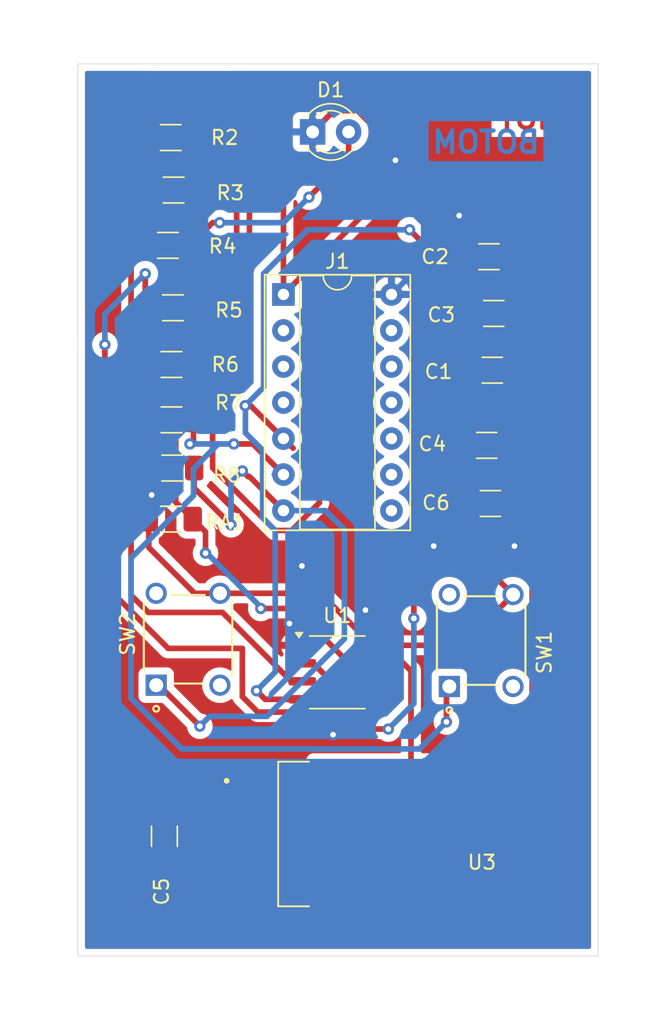
<source format=kicad_pcb>
(kicad_pcb (version 20241229) (generator "pcbnew") (generator_version "9.0")
  (layers (0 "F.Cu" signal) (2 "B.Cu" signal) (13 "F.Paste" user) (15 "B.Paste" user) (5 "F.SilkS" user "F.Silkscreen") (7 "B.SilkS" user "B.Silkscreen") (1 "F.Mask" user) (3 "B.Mask" user) (25 "Edge.Cuts" user))
  (net 0 "")
  (net 1 "GND")
  (net 2 "Net-(U1-CV)")
  (net 3 "INPUT")
  (net 4 "Net-(U1-THR)")
  (net 5 "ALI")
  (net 6 "+9V")
  (net 7 "Net-(D1-A)")
  (net 12 "Net-(J1-Pad7)")
  (net 16 "Net-(J1-Pad6)")
  (net 19 "Net-(R2-Pad2)")
  (net 20 "Net-(R2-Pad1)")
  (net 21 "OUT")
  (net 22 "Net-(U1-DIS)")
  (net 24 "unconnected-(SW2-Pad2)")
  (footprint "Resistor_SMD:R_1206_3216Metric_Pad1.30x1.75mm_HandSolder" (layer "F.Cu") (at 126.95 82.2)
    (property "Reference" "RA1" (at 3.85 0.2 0) (layer "F.SilkS"))
    (property "Value" "1k")
    (fp_line (start -0.727064 -0.91) (end 0.727064 -0.91) (stroke (width 0.12)) (layer "F.SilkS"))
    (fp_line (start -0.727064 0.91) (end 0.727064 0.91) (stroke (width 0.12)) (layer "F.SilkS"))
    (pad "1" smd roundrect (at -1.55 0) (size 1.3 1.75) (layers "F.Cu" "F.Mask" "F.Paste") (roundrect_rratio 0.192308) (net 5 "ALI"))
    (pad "2" smd roundrect (at 1.55 0) (size 1.3 1.75) (layers "F.Cu" "F.Mask" "F.Paste") (roundrect_rratio 0.192308) (net 22 "Net-(U1-DIS)"))
  )
  (footprint "Resistor_SMD:R_1206_3216Metric_Pad1.30x1.75mm_HandSolder" (layer "F.Cu") (at 126.95 55.3)
    (property "Reference" "R2" (at 3.8 0 0) (layer "F.SilkS"))
    (property "Value" "1k")
    (fp_line (start -0.727064 -0.91) (end 0.727064 -0.91) (stroke (width 0.12)) (layer "F.SilkS"))
    (fp_line (start -0.727064 0.91) (end 0.727064 0.91) (stroke (width 0.12)) (layer "F.SilkS"))
    (pad "1" smd roundrect (at -1.55 0) (size 1.3 1.75) (layers "F.Cu" "F.Mask" "F.Paste") (roundrect_rratio 0.192308) (net 20 "Net-(R2-Pad1)"))
    (pad "2" smd roundrect (at 1.55 0) (size 1.3 1.75) (layers "F.Cu" "F.Mask" "F.Paste") (roundrect_rratio 0.192308) (net 19 "Net-(R2-Pad2)"))
  )
  (footprint "Resistor_SMD:R_1206_3216Metric_Pad1.30x1.75mm_HandSolder" (layer "F.Cu") (at 127 71.3)
    (property "Reference" "R6" (at 3.8 0 0) (layer "F.SilkS"))
    (property "Value" "18k")
    (fp_line (start -0.727064 -0.91) (end 0.727064 -0.91) (stroke (width 0.12)) (layer "F.SilkS"))
    (fp_line (start -0.727064 0.91) (end 0.727064 0.91) (stroke (width 0.12)) (layer "F.SilkS"))
    (pad "1" smd roundrect (at -1.55 0) (size 1.3 1.75) (layers "F.Cu" "F.Mask" "F.Paste") (roundrect_rratio 0.192308) (net 22 "Net-(U1-DIS)"))
    (pad "2" smd roundrect (at 1.55 0) (size 1.3 1.75) (layers "F.Cu" "F.Mask" "F.Paste") (roundrect_rratio 0.192308) (net 20 "Net-(R2-Pad1)"))
  )
  (footprint "Capacitor_SMD:C_1206_3216Metric_Pad1.33x1.80mm_HandSolder" (layer "F.Cu") (at 126.5 104.5625 90)
    (property "Reference" "C5" (at -3.9 -0.2 90) (layer "F.SilkS"))
    (property "Value" "330n")
    (fp_line (start -0.711252 -0.91) (end 0.711252 -0.91) (stroke (width 0.12)) (layer "F.SilkS"))
    (fp_line (start -0.711252 0.91) (end 0.711252 0.91) (stroke (width 0.12)) (layer "F.SilkS"))
    (pad "1" smd roundrect (at -1.5625 0 90) (size 1.325 1.8) (layers "F.Cu" "F.Mask" "F.Paste") (roundrect_rratio 0.188679) (net 6 "+9V"))
    (pad "2" smd roundrect (at 1.5625 0 90) (size 1.325 1.8) (layers "F.Cu" "F.Mask" "F.Paste") (roundrect_rratio 0.188679) (net 1 "GND"))
  )
  (footprint "LED_THT:LED_D3.0mm_IRBlack" (layer "F.Cu") (at 136.96 54.9)
    (property "Reference" "D1" (at 1.27 -2.96 0) (layer "F.SilkS"))
    (property "Value" "TSAL4400")
    (fp_line (start -0.29 -1.236) (end -0.29 -1.08) (stroke (width 0.12)) (layer "F.SilkS"))
    (fp_line (start -0.29 1.08) (end -0.29 1.236) (stroke (width 0.12)) (layer "F.SilkS"))
    (fp_arc (start -0.29 -1.235516) (mid 1.365624 -1.987701) (end 2.941397 -1.080061) (stroke (width 0.12)) (layer "F.SilkS"))
    (fp_arc (start 0.229039 -1.08) (mid 1.269964 -1.5) (end 2.31091 -1.080049) (stroke (width 0.12)) (layer "F.SilkS"))
    (fp_arc (start 2.31091 1.080049) (mid 1.269964 1.5) (end 0.229039 1.08) (stroke (width 0.12)) (layer "F.SilkS"))
    (fp_arc (start 2.941397 1.080061) (mid 1.365624 1.987701) (end -0.29 1.235516) (stroke (width 0.12)) (layer "F.SilkS"))
    (pad "1" thru_hole rect (at 0 0) (size 1.8 1.8) (drill 0.9) (layers "*.Cu" "*.Mask" "In1.Cu" "In2.Cu" "In3.Cu" "In4.Cu" "In5.Cu" "In6.Cu" "In7.Cu" "In8.Cu" "In9.Cu" "In10.Cu" "In11.Cu" "In12.Cu" "In13.Cu" "In14.Cu" "In15.Cu" "In16.Cu" "In17.Cu" "In18.Cu" "In19.Cu" "In20.Cu" "In21.Cu" "In22.Cu" "In23.Cu" "In24.Cu" "In25.Cu" "In26.Cu" "In27.Cu" "In28.Cu" "In29.Cu" "In30.Cu") (net 1 "GND"))
    (pad "2" thru_hole circle (at 2.54 0) (size 1.8 1.8) (drill 0.9) (layers "*.Cu" "*.Mask" "In1.Cu" "In2.Cu" "In3.Cu" "In4.Cu" "In5.Cu" "In6.Cu" "In7.Cu" "In8.Cu" "In9.Cu" "In10.Cu" "In11.Cu" "In12.Cu" "In13.Cu" "In14.Cu" "In15.Cu" "In16.Cu" "In17.Cu" "In18.Cu" "In19.Cu" "In20.Cu" "In21.Cu" "In22.Cu" "In23.Cu" "In24.Cu" "In25.Cu" "In26.Cu" "In27.Cu" "In28.Cu" "In29.Cu" "In30.Cu") (net 7 "Net-(D1-A)"))
  )
  (footprint "Resistor_SMD:R_1206_3216Metric_Pad1.30x1.75mm_HandSolder" (layer "F.Cu") (at 126.75 62.9)
    (property "Reference" "R4" (at 3.85 0.06 0) (layer "F.SilkS"))
    (property "Value" "1k")
    (fp_line (start -0.727064 -0.91) (end 0.727064 -0.91) (stroke (width 0.12)) (layer "F.SilkS"))
    (fp_line (start -0.727064 0.91) (end 0.727064 0.91) (stroke (width 0.12)) (layer "F.SilkS"))
    (pad "1" smd roundrect (at -1.55 0) (size 1.3 1.75) (layers "F.Cu" "F.Mask" "F.Paste") (roundrect_rratio 0.192308) (net 21 "OUT"))
    (pad "2" smd roundrect (at 1.55 0) (size 1.3 1.75) (layers "F.Cu" "F.Mask" "F.Paste") (roundrect_rratio 0.192308) (net 7 "Net-(D1-A)"))
  )
  (footprint "Resistor_SMD:R_1206_3216Metric_Pad1.30x1.75mm_HandSolder" (layer "F.Cu") (at 127.1 67.3)
    (property "Reference" "R5" (at 3.95 0.17 0) (layer "F.SilkS"))
    (property "Value" "330")
    (fp_line (start -0.727064 -0.91) (end 0.727064 -0.91) (stroke (width 0.12)) (layer "F.SilkS"))
    (fp_line (start -0.727064 0.91) (end 0.727064 0.91) (stroke (width 0.12)) (layer "F.SilkS"))
    (pad "1" smd roundrect (at -1.55 0) (size 1.3 1.75) (layers "F.Cu" "F.Mask" "F.Paste") (roundrect_rratio 0.192308) (net 4 "Net-(U1-THR)"))
    (pad "2" smd roundrect (at 1.55 0) (size 1.3 1.75) (layers "F.Cu" "F.Mask" "F.Paste") (roundrect_rratio 0.192308) (net 19 "Net-(R2-Pad2)"))
  )
  (footprint "Capacitor_SMD:C_1206_3216Metric_Pad1.33x1.80mm_HandSolder" (layer "F.Cu") (at 149.6375 71.7 180)
    (property "Reference" "C1" (at 3.8 -0.1 0) (layer "F.SilkS"))
    (property "Value" "1n")
    (fp_line (start -0.711252 0.91) (end 0.711252 0.91) (stroke (width 0.12)) (layer "F.SilkS"))
    (fp_line (start -0.711252 -0.91) (end 0.711252 -0.91) (stroke (width 0.12)) (layer "F.SilkS"))
    (pad "1" smd roundrect (at -1.5625 0 180) (size 1.325 1.8) (layers "F.Cu" "F.Mask" "F.Paste") (roundrect_rratio 0.188679) (net 1 "GND"))
    (pad "2" smd roundrect (at 1.5625 0 180) (size 1.325 1.8) (layers "F.Cu" "F.Mask" "F.Paste") (roundrect_rratio 0.188679) (net 2 "Net-(U1-CV)"))
  )
  (footprint "Resistor_SMD:R_1206_3216Metric_Pad1.30x1.75mm_HandSolder" (layer "F.Cu") (at 127.15 59)
    (property "Reference" "R3" (at 4 0.2 0) (layer "F.SilkS"))
    (property "Value" "10k")
    (fp_line (start -0.727064 -0.91) (end 0.727064 -0.91) (stroke (width 0.12)) (layer "F.SilkS"))
    (fp_line (start -0.727064 0.91) (end 0.727064 0.91) (stroke (width 0.12)) (layer "F.SilkS"))
    (pad "1" smd roundrect (at -1.55 0) (size 1.3 1.75) (layers "F.Cu" "F.Mask" "F.Paste") (roundrect_rratio 0.192308) (net 5 "ALI"))
    (pad "2" smd roundrect (at 1.55 0) (size 1.3 1.75) (layers "F.Cu" "F.Mask" "F.Paste") (roundrect_rratio 0.192308) (net 21 "OUT"))
  )
  (footprint "Capacitor_SMD:C_1206_3216Metric_Pad1.33x1.80mm_HandSolder" (layer "F.Cu") (at 149.7375 67.7)
    (property "Reference" "C3" (at -3.7 0.1 0) (layer "F.SilkS"))
    (property "Value" "1n")
    (fp_line (start -0.711252 -0.91) (end 0.711252 -0.91) (stroke (width 0.12)) (layer "F.SilkS"))
    (fp_line (start -0.711252 0.91) (end 0.711252 0.91) (stroke (width 0.12)) (layer "F.SilkS"))
    (pad "1" smd roundrect (at -1.5625 0) (size 1.325 1.8) (layers "F.Cu" "F.Mask" "F.Paste") (roundrect_rratio 0.188679) (net 4 "Net-(U1-THR)"))
    (pad "2" smd roundrect (at 1.5625 0) (size 1.325 1.8) (layers "F.Cu" "F.Mask" "F.Paste") (roundrect_rratio 0.188679) (net 1 "GND"))
  )
  (footprint "Capacitor_SMD:C_1206_3216Metric_Pad1.33x1.80mm_HandSolder" (layer "F.Cu") (at 149.2375 77)
    (property "Reference" "C4" (at -3.8375 -0.1 0) (layer "F.SilkS"))
    (property "Value" "1n")
    (fp_line (start -0.711252 -0.91) (end 0.711252 -0.91) (stroke (width 0.12)) (layer "F.SilkS"))
    (fp_line (start -0.711252 0.91) (end 0.711252 0.91) (stroke (width 0.12)) (layer "F.SilkS"))
    (pad "1" smd roundrect (at -1.5625 0) (size 1.325 1.8) (layers "F.Cu" "F.Mask" "F.Paste") (roundrect_rratio 0.188679) (net 5 "ALI"))
    (pad "2" smd roundrect (at 1.5625 0) (size 1.325 1.8) (layers "F.Cu" "F.Mask" "F.Paste") (roundrect_rratio 0.188679) (net 1 "GND"))
  )
  (footprint "footprints:PHAP3301B_APM" (layer "F.Cu") (at 146.6042 94 90)
    (property "Reference" "SW1" (at 2.4 6.7 90) (layer "F.SilkS"))
    (property "Value" "PHAP3301B")
    (fp_line (start 5.842249 -0.8763) (end 1.05685 -0.8763) (stroke (width 0.1524)) (layer "F.SilkS"))
    (fp_line (start 0.1143 1.08204) (end 0.1143 3.419814) (stroke (width 0.1524)) (layer "F.SilkS"))
    (fp_line (start 6.3627 3.419814) (end 6.3627 1.075986) (stroke (width 0.1524)) (layer "F.SilkS"))
    (fp_line (start 0.634751 5.3721) (end 5.842249 5.3721) (stroke (width 0.1524)) (layer "F.SilkS"))
    (fp_circle (center -1.6637 0) (end -1.4605 0) (stroke (width 0.1524)) (fill no) (layer "F.SilkS"))
    (pad "1" thru_hole rect (at 0 0 90) (size 1.4986 1.4986) (drill 0.9906) (layers "*.Cu" "*.Mask" "In1.Cu" "In2.Cu" "In3.Cu" "In4.Cu" "In5.Cu" "In6.Cu" "In7.Cu" "In8.Cu" "In9.Cu" "In10.Cu" "In11.Cu" "In12.Cu" "In13.Cu" "In14.Cu" "In15.Cu" "In16.Cu" "In17.Cu" "In18.Cu" "In19.Cu" "In20.Cu" "In21.Cu" "In22.Cu" "In23.Cu" "In24.Cu" "In25.Cu" "In26.Cu" "In27.Cu" "In28.Cu" "In29.Cu" "In30.Cu") (net 16 "Net-(J1-Pad6)"))
    (pad "2" thru_hole circle (at 6.477 0 90) (size 1.4986 1.4986) (drill 0.9906) (layers "*.Cu" "*.Mask" "In1.Cu" "In2.Cu" "In3.Cu" "In4.Cu" "In5.Cu" "In6.Cu" "In7.Cu" "In8.Cu" "In9.Cu" "In10.Cu" "In11.Cu" "In12.Cu" "In13.Cu" "In14.Cu" "In15.Cu" "In16.Cu" "In17.Cu" "In18.Cu" "In19.Cu" "In20.Cu" "In21.Cu" "In22.Cu" "In23.Cu" "In24.Cu" "In25.Cu" "In26.Cu" "In27.Cu" "In28.Cu" "In29.Cu" "In30.Cu"))
    (pad "3" thru_hole circle (at 0 4.4958 90) (size 1.4986 1.4986) (drill 0.9906) (layers "*.Cu" "*.Mask" "In1.Cu" "In2.Cu" "In3.Cu" "In4.Cu" "In5.Cu" "In6.Cu" "In7.Cu" "In8.Cu" "In9.Cu" "In10.Cu" "In11.Cu" "In12.Cu" "In13.Cu" "In14.Cu" "In15.Cu" "In16.Cu" "In17.Cu" "In18.Cu" "In19.Cu" "In20.Cu" "In21.Cu" "In22.Cu" "In23.Cu" "In24.Cu" "In25.Cu" "In26.Cu" "In27.Cu" "In28.Cu" "In29.Cu" "In30.Cu"))
    (pad "4" thru_hole circle (at 6.477 4.4958 90) (size 1.4986 1.4986) (drill 0.9906) (layers "*.Cu" "*.Mask" "In1.Cu" "In2.Cu" "In3.Cu" "In4.Cu" "In5.Cu" "In6.Cu" "In7.Cu" "In8.Cu" "In9.Cu" "In10.Cu" "In11.Cu" "In12.Cu" "In13.Cu" "In14.Cu" "In15.Cu" "In16.Cu" "In17.Cu" "In18.Cu" "In19.Cu" "In20.Cu" "In21.Cu" "In22.Cu" "In23.Cu" "In24.Cu" "In25.Cu" "In26.Cu" "In27.Cu" "In28.Cu" "In29.Cu" "In30.Cu") (net 5 "ALI"))
  )
  (footprint "Resistor_SMD:R_1206_3216Metric_Pad1.30x1.75mm_HandSolder" (layer "F.Cu") (at 127 75.2)
    (property "Reference" "R7" (at 4.041357 -1.204926 0) (layer "F.SilkS"))
    (property "Value" "1k")
    (fp_line (start -0.727064 -0.91) (end 0.727064 -0.91) (stroke (width 0.12)) (layer "F.SilkS"))
    (fp_line (start -0.727064 0.91) (end 0.727064 0.91) (stroke (width 0.12)) (layer "F.SilkS"))
    (pad "1" smd roundrect (at -1.55 0) (size 1.3 1.75) (layers "F.Cu" "F.Mask" "F.Paste") (roundrect_rratio 0.192308) (net 1 "GND"))
    (pad "2" smd roundrect (at 1.55 0) (size 1.3 1.75) (layers "F.Cu" "F.Mask" "F.Paste") (roundrect_rratio 0.192308) (net 16 "Net-(J1-Pad6)"))
  )
  (footprint "Capacitor_SMD:C_1206_3216Metric_Pad1.33x1.80mm_HandSolder" (layer "F.Cu") (at 149.5 81.1)
    (property "Reference" "C6" (at -3.8375 -0.05 0) (layer "F.SilkS"))
    (property "Value" "100n")
    (fp_line (start -0.711252 -0.91) (end 0.711252 -0.91) (stroke (width 0.12)) (layer "F.SilkS"))
    (fp_line (start -0.711252 0.91) (end 0.711252 0.91) (stroke (width 0.12)) (layer "F.SilkS"))
    (pad "1" smd roundrect (at -1.5625 0) (size 1.325 1.8) (layers "F.Cu" "F.Mask" "F.Paste") (roundrect_rratio 0.188679) (net 5 "ALI"))
    (pad "2" smd roundrect (at 1.5625 0) (size 1.325 1.8) (layers "F.Cu" "F.Mask" "F.Paste") (roundrect_rratio 0.188679) (net 1 "GND"))
  )
  (footprint "Capacitor_SMD:C_1206_3216Metric_Pad1.33x1.80mm_HandSolder" (layer "F.Cu") (at 149.4 63.7 180)
    (property "Reference" "C2" (at 3.8 0 0) (layer "F.SilkS"))
    (property "Value" "1n")
    (fp_line (start -0.711252 0.91) (end 0.711252 0.91) (stroke (width 0.12)) (layer "F.SilkS"))
    (fp_line (start -0.711252 -0.91) (end 0.711252 -0.91) (stroke (width 0.12)) (layer "F.SilkS"))
    (pad "1" smd roundrect (at -1.5625 0 180) (size 1.325 1.8) (layers "F.Cu" "F.Mask" "F.Paste") (roundrect_rratio 0.188679) (net 1 "GND"))
    (pad "2" smd roundrect (at 1.5625 0 180) (size 1.325 1.8) (layers "F.Cu" "F.Mask" "F.Paste") (roundrect_rratio 0.188679) (net 3 "INPUT"))
  )
  (footprint "Package_SO:SOIC-8_3.9x4.9mm_P1.27mm" (layer "F.Cu") (at 138.7 93)
    (property "Reference" "U1" (at 0 -4 0) (layer "F.SilkS"))
    (property "Value" "NE555D")
    (fp_line (start 0 -2.56) (end -1.95 -2.56) (stroke (width 0.12)) (layer "F.SilkS"))
    (fp_line (start 0 -2.56) (end 1.95 -2.56) (stroke (width 0.12)) (layer "F.SilkS"))
    (fp_line (start 0 2.56) (end -1.95 2.56) (stroke (width 0.12)) (layer "F.SilkS"))
    (fp_line (start 0 2.56) (end 1.95 2.56) (stroke (width 0.12)) (layer "F.SilkS"))
    (fp_poly (pts (xy -2.7 -2.465) (xy -2.94 -2.795) (xy -2.46 -2.795) (xy -2.7 -2.465)) (stroke (width 0.12)) (fill yes) (layer "F.SilkS"))
    (pad "1" smd roundrect (at -2.475 -1.905) (size 1.95 0.6) (layers "F.Cu" "F.Mask" "F.Paste") (net 1 "GND"))
    (pad "2" smd roundrect (at -2.475 -0.635) (size 1.95 0.6) (layers "F.Cu" "F.Mask" "F.Paste") (net 4 "Net-(U1-THR)"))
    (pad "3" smd roundrect (at -2.475 0.635) (size 1.95 0.6) (layers "F.Cu" "F.Mask" "F.Paste") (net 21 "OUT"))
    (pad "4" smd roundrect (at -2.475 1.905) (size 1.95 0.6) (layers "F.Cu" "F.Mask" "F.Paste") (net 3 "INPUT"))
    (pad "5" smd roundrect (at 2.475 1.905) (size 1.95 0.6) (layers "F.Cu" "F.Mask" "F.Paste") (net 2 "Net-(U1-CV)"))
    (pad "6" smd roundrect (at 2.475 0.635) (size 1.95 0.6) (layers "F.Cu" "F.Mask" "F.Paste") (net 4 "Net-(U1-THR)"))
    (pad "7" smd roundrect (at 2.475 -0.635) (size 1.95 0.6) (layers "F.Cu" "F.Mask" "F.Paste") (net 22 "Net-(U1-DIS)"))
    (pad "8" smd roundrect (at 2.475 -1.905) (size 1.95 0.6) (layers "F.Cu" "F.Mask" "F.Paste") (net 5 "ALI"))
  )
  (footprint "footprints:PHAP3301B_APM" (layer "F.Cu") (at 125.92205 93.9067 90)
    (property "Reference" "SW2" (at 3.6067 -2.02205 90) (layer "F.SilkS"))
    (property "Value" "PHAP3301B")
    (fp_line (start 5.842249 -0.8763) (end 1.05685 -0.8763) (stroke (width 0.1524)) (layer "F.SilkS"))
    (fp_line (start 0.1143 1.08204) (end 0.1143 3.419814) (stroke (width 0.1524)) (layer "F.SilkS"))
    (fp_line (start 6.3627 3.419814) (end 6.3627 1.075986) (stroke (width 0.1524)) (layer "F.SilkS"))
    (fp_line (start 0.634751 5.3721) (end 5.842249 5.3721) (stroke (width 0.1524)) (layer "F.SilkS"))
    (fp_circle (center -1.6637 0) (end -1.4605 0) (stroke (width 0.1524)) (fill no) (layer "F.SilkS"))
    (pad "1" thru_hole rect (at 0 0 90) (size 1.4986 1.4986) (drill 0.9906) (layers "*.Cu" "*.Mask" "In1.Cu" "In2.Cu" "In3.Cu" "In4.Cu" "In5.Cu" "In6.Cu" "In7.Cu" "In8.Cu" "In9.Cu" "In10.Cu" "In11.Cu" "In12.Cu" "In13.Cu" "In14.Cu" "In15.Cu" "In16.Cu" "In17.Cu" "In18.Cu" "In19.Cu" "In20.Cu" "In21.Cu" "In22.Cu" "In23.Cu" "In24.Cu" "In25.Cu" "In26.Cu" "In27.Cu" "In28.Cu" "In29.Cu" "In30.Cu") (net 12 "Net-(J1-Pad7)"))
    (pad "2" thru_hole circle (at 6.477 0 90) (size 1.4986 1.4986) (drill 0.9906) (layers "*.Cu" "*.Mask" "In1.Cu" "In2.Cu" "In3.Cu" "In4.Cu" "In5.Cu" "In6.Cu" "In7.Cu" "In8.Cu" "In9.Cu" "In10.Cu" "In11.Cu" "In12.Cu" "In13.Cu" "In14.Cu" "In15.Cu" "In16.Cu" "In17.Cu" "In18.Cu" "In19.Cu" "In20.Cu" "In21.Cu" "In22.Cu" "In23.Cu" "In24.Cu" "In25.Cu" "In26.Cu" "In27.Cu" "In28.Cu" "In29.Cu" "In30.Cu") (net 24 "unconnected-(SW2-Pad2)"))
    (pad "3" thru_hole circle (at 0 4.4958 90) (size 1.4986 1.4986) (drill 0.9906) (layers "*.Cu" "*.Mask" "In1.Cu" "In2.Cu" "In3.Cu" "In4.Cu" "In5.Cu" "In6.Cu" "In7.Cu" "In8.Cu" "In9.Cu" "In10.Cu" "In11.Cu" "In12.Cu" "In13.Cu" "In14.Cu" "In15.Cu" "In16.Cu" "In17.Cu" "In18.Cu" "In19.Cu" "In20.Cu" "In21.Cu" "In22.Cu" "In23.Cu" "In24.Cu" "In25.Cu" "In26.Cu" "In27.Cu" "In28.Cu" "In29.Cu" "In30.Cu"))
    (pad "4" thru_hole circle (at 6.477 4.4958 90) (size 1.4986 1.4986) (drill 0.9906) (layers "*.Cu" "*.Mask" "In1.Cu" "In2.Cu" "In3.Cu" "In4.Cu" "In5.Cu" "In6.Cu" "In7.Cu" "In8.Cu" "In9.Cu" "In10.Cu" "In11.Cu" "In12.Cu" "In13.Cu" "In14.Cu" "In15.Cu" "In16.Cu" "In17.Cu" "In18.Cu" "In19.Cu" "In20.Cu" "In21.Cu" "In22.Cu" "In23.Cu" "In24.Cu" "In25.Cu" "In26.Cu" "In27.Cu" "In28.Cu" "In29.Cu" "In30.Cu") (net 5 "ALI"))
  )
  (footprint "Resistor_SMD:R_1206_3216Metric_Pad1.30x1.75mm_HandSolder" (layer "F.Cu") (at 127.05 78.6)
    (property "Reference" "R8" (at 3.85 0.5 0) (layer "F.SilkS"))
    (property "Value" "1k")
    (fp_line (start -0.727064 -0.91) (end 0.727064 -0.91) (stroke (width 0.12)) (layer "F.SilkS"))
    (fp_line (start -0.727064 0.91) (end 0.727064 0.91) (stroke (width 0.12)) (layer "F.SilkS"))
    (pad "1" smd roundrect (at -1.55 0) (size 1.3 1.75) (layers "F.Cu" "F.Mask" "F.Paste") (roundrect_rratio 0.192308) (net 1 "GND"))
    (pad "2" smd roundrect (at 1.55 0) (size 1.3 1.75) (layers "F.Cu" "F.Mask" "F.Paste") (roundrect_rratio 0.192308) (net 12 "Net-(J1-Pad7)"))
  )
  (footprint "L7805CD2T-TR:TO254P1542X460-3N" (layer "F.Cu") (at 137.3 104.4)
    (property "Reference" "U3" (at 11.6 2 0) (layer "F.SilkS"))
    (property "Value" "L7805")
    (fp_line (start -2.7725 -5.1) (end -0.5935 -5.1) (stroke (width 0.127)) (layer "F.SilkS"))
    (fp_line (start -2.7725 5.1) (end -2.7725 -5.1) (stroke (width 0.127)) (layer "F.SilkS"))
    (fp_line (start -2.7725 5.1) (end -0.5935 5.1) (stroke (width 0.127)) (layer "F.SilkS"))
    (fp_circle (center -6.41 -3.75) (end -6.31 -3.75) (stroke (width 0.2)) (fill no) (layer "F.SilkS"))
    (pad "1" smd rect (at -6.41 -2.54) (size 3.74 1.02) (layers "F.Cu" "F.Mask" "F.Paste") (net 6 "+9V"))
    (pad "2" smd rect (at -6.41 2.54) (size 3.74 1.02) (layers "F.Cu" "F.Mask" "F.Paste") (net 1 "GND"))
    (pad "3" smd rect (at 4 0) (size 8.56 10.37) (layers "F.Cu" "F.Mask") (net 5 "ALI"))
  )
  (footprint "Package_DIP:DIP-14_W7.62mm_Socket" (layer "F.Cu") (at 134.9 66.36)
    (property "Reference" "J1" (at 3.81 -2.33 0) (layer "F.SilkS"))
    (property "Value" "IC Dip 14")
    (fp_line (start -1.33 -1.39) (end -1.33 16.63) (stroke (width 0.12)) (layer "F.SilkS"))
    (fp_line (start -1.33 16.63) (end 8.95 16.63) (stroke (width 0.12)) (layer "F.SilkS"))
    (fp_line (start 1.16 -1.33) (end 1.16 16.57) (stroke (width 0.12)) (layer "F.SilkS"))
    (fp_line (start 1.16 16.57) (end 6.46 16.57) (stroke (width 0.12)) (layer "F.SilkS"))
    (fp_line (start 2.81 -1.33) (end 1.16 -1.33) (stroke (width 0.12)) (layer "F.SilkS"))
    (fp_line (start 6.46 -1.33) (end 4.81 -1.33) (stroke (width 0.12)) (layer "F.SilkS"))
    (fp_line (start 6.46 16.57) (end 6.46 -1.33) (stroke (width 0.12)) (layer "F.SilkS"))
    (fp_line (start 8.95 -1.39) (end -1.33 -1.39) (stroke (width 0.12)) (layer "F.SilkS"))
    (fp_line (start 8.95 16.63) (end 8.95 -1.39) (stroke (width 0.12)) (layer "F.SilkS"))
    (fp_arc (start 4.81 -1.33) (mid 3.81 -0.33) (end 2.81 -1.33) (stroke (width 0.12)) (layer "F.SilkS"))
    (pad "1" thru_hole rect (at 0 0) (size 1.6 1.6) (drill 0.8) (layers "*.Cu" "*.Mask" "In1.Cu" "In2.Cu" "In3.Cu" "In4.Cu" "In5.Cu" "In6.Cu" "In7.Cu" "In8.Cu" "In9.Cu" "In10.Cu" "In11.Cu" "In12.Cu" "In13.Cu" "In14.Cu" "In15.Cu" "In16.Cu" "In17.Cu" "In18.Cu" "In19.Cu" "In20.Cu" "In21.Cu" "In22.Cu" "In23.Cu" "In24.Cu" "In25.Cu" "In26.Cu" "In27.Cu" "In28.Cu" "In29.Cu" "In30.Cu") (net 5 "ALI"))
    (pad "2" thru_hole oval (at 0 2.54) (size 1.6 1.6) (drill 0.8) (layers "*.Cu" "*.Mask" "In1.Cu" "In2.Cu" "In3.Cu" "In4.Cu" "In5.Cu" "In6.Cu" "In7.Cu" "In8.Cu" "In9.Cu" "In10.Cu" "In11.Cu" "In12.Cu" "In13.Cu" "In14.Cu" "In15.Cu" "In16.Cu" "In17.Cu" "In18.Cu" "In19.Cu" "In20.Cu" "In21.Cu" "In22.Cu" "In23.Cu" "In24.Cu" "In25.Cu" "In26.Cu" "In27.Cu" "In28.Cu" "In29.Cu" "In30.Cu"))
    (pad "3" thru_hole oval (at 0 5.08) (size 1.6 1.6) (drill 0.8) (layers "*.Cu" "*.Mask" "In1.Cu" "In2.Cu" "In3.Cu" "In4.Cu" "In5.Cu" "In6.Cu" "In7.Cu" "In8.Cu" "In9.Cu" "In10.Cu" "In11.Cu" "In12.Cu" "In13.Cu" "In14.Cu" "In15.Cu" "In16.Cu" "In17.Cu" "In18.Cu" "In19.Cu" "In20.Cu" "In21.Cu" "In22.Cu" "In23.Cu" "In24.Cu" "In25.Cu" "In26.Cu" "In27.Cu" "In28.Cu" "In29.Cu" "In30.Cu"))
    (pad "4" thru_hole oval (at 0 7.62) (size 1.6 1.6) (drill 0.8) (layers "*.Cu" "*.Mask" "In1.Cu" "In2.Cu" "In3.Cu" "In4.Cu" "In5.Cu" "In6.Cu" "In7.Cu" "In8.Cu" "In9.Cu" "In10.Cu" "In11.Cu" "In12.Cu" "In13.Cu" "In14.Cu" "In15.Cu" "In16.Cu" "In17.Cu" "In18.Cu" "In19.Cu" "In20.Cu" "In21.Cu" "In22.Cu" "In23.Cu" "In24.Cu" "In25.Cu" "In26.Cu" "In27.Cu" "In28.Cu" "In29.Cu" "In30.Cu"))
    (pad "5" thru_hole oval (at 0 10.16) (size 1.6 1.6) (drill 0.8) (layers "*.Cu" "*.Mask" "In1.Cu" "In2.Cu" "In3.Cu" "In4.Cu" "In5.Cu" "In6.Cu" "In7.Cu" "In8.Cu" "In9.Cu" "In10.Cu" "In11.Cu" "In12.Cu" "In13.Cu" "In14.Cu" "In15.Cu" "In16.Cu" "In17.Cu" "In18.Cu" "In19.Cu" "In20.Cu" "In21.Cu" "In22.Cu" "In23.Cu" "In24.Cu" "In25.Cu" "In26.Cu" "In27.Cu" "In28.Cu" "In29.Cu" "In30.Cu") (net 3 "INPUT"))
    (pad "6" thru_hole oval (at 0 12.7) (size 1.6 1.6) (drill 0.8) (layers "*.Cu" "*.Mask" "In1.Cu" "In2.Cu" "In3.Cu" "In4.Cu" "In5.Cu" "In6.Cu" "In7.Cu" "In8.Cu" "In9.Cu" "In10.Cu" "In11.Cu" "In12.Cu" "In13.Cu" "In14.Cu" "In15.Cu" "In16.Cu" "In17.Cu" "In18.Cu" "In19.Cu" "In20.Cu" "In21.Cu" "In22.Cu" "In23.Cu" "In24.Cu" "In25.Cu" "In26.Cu" "In27.Cu" "In28.Cu" "In29.Cu" "In30.Cu") (net 16 "Net-(J1-Pad6)"))
    (pad "7" thru_hole oval (at 0 15.24) (size 1.6 1.6) (drill 0.8) (layers "*.Cu" "*.Mask" "In1.Cu" "In2.Cu" "In3.Cu" "In4.Cu" "In5.Cu" "In6.Cu" "In7.Cu" "In8.Cu" "In9.Cu" "In10.Cu" "In11.Cu" "In12.Cu" "In13.Cu" "In14.Cu" "In15.Cu" "In16.Cu" "In17.Cu" "In18.Cu" "In19.Cu" "In20.Cu" "In21.Cu" "In22.Cu" "In23.Cu" "In24.Cu" "In25.Cu" "In26.Cu" "In27.Cu" "In28.Cu" "In29.Cu" "In30.Cu") (net 12 "Net-(J1-Pad7)"))
    (pad "8" thru_hole oval (at 7.62 15.24) (size 1.6 1.6) (drill 0.8) (layers "*.Cu" "*.Mask" "In1.Cu" "In2.Cu" "In3.Cu" "In4.Cu" "In5.Cu" "In6.Cu" "In7.Cu" "In8.Cu" "In9.Cu" "In10.Cu" "In11.Cu" "In12.Cu" "In13.Cu" "In14.Cu" "In15.Cu" "In16.Cu" "In17.Cu" "In18.Cu" "In19.Cu" "In20.Cu" "In21.Cu" "In22.Cu" "In23.Cu" "In24.Cu" "In25.Cu" "In26.Cu" "In27.Cu" "In28.Cu" "In29.Cu" "In30.Cu"))
    (pad "9" thru_hole oval (at 7.62 12.7) (size 1.6 1.6) (drill 0.8) (layers "*.Cu" "*.Mask" "In1.Cu" "In2.Cu" "In3.Cu" "In4.Cu" "In5.Cu" "In6.Cu" "In7.Cu" "In8.Cu" "In9.Cu" "In10.Cu" "In11.Cu" "In12.Cu" "In13.Cu" "In14.Cu" "In15.Cu" "In16.Cu" "In17.Cu" "In18.Cu" "In19.Cu" "In20.Cu" "In21.Cu" "In22.Cu" "In23.Cu" "In24.Cu" "In25.Cu" "In26.Cu" "In27.Cu" "In28.Cu" "In29.Cu" "In30.Cu"))
    (pad "10" thru_hole oval (at 7.62 10.16) (size 1.6 1.6) (drill 0.8) (layers "*.Cu" "*.Mask" "In1.Cu" "In2.Cu" "In3.Cu" "In4.Cu" "In5.Cu" "In6.Cu" "In7.Cu" "In8.Cu" "In9.Cu" "In10.Cu" "In11.Cu" "In12.Cu" "In13.Cu" "In14.Cu" "In15.Cu" "In16.Cu" "In17.Cu" "In18.Cu" "In19.Cu" "In20.Cu" "In21.Cu" "In22.Cu" "In23.Cu" "In24.Cu" "In25.Cu" "In26.Cu" "In27.Cu" "In28.Cu" "In29.Cu" "In30.Cu"))
    (pad "11" thru_hole oval (at 7.62 7.62) (size 1.6 1.6) (drill 0.8) (layers "*.Cu" "*.Mask" "In1.Cu" "In2.Cu" "In3.Cu" "In4.Cu" "In5.Cu" "In6.Cu" "In7.Cu" "In8.Cu" "In9.Cu" "In10.Cu" "In11.Cu" "In12.Cu" "In13.Cu" "In14.Cu" "In15.Cu" "In16.Cu" "In17.Cu" "In18.Cu" "In19.Cu" "In20.Cu" "In21.Cu" "In22.Cu" "In23.Cu" "In24.Cu" "In25.Cu" "In26.Cu" "In27.Cu" "In28.Cu" "In29.Cu" "In30.Cu"))
    (pad "12" thru_hole oval (at 7.62 5.08) (size 1.6 1.6) (drill 0.8) (layers "*.Cu" "*.Mask" "In1.Cu" "In2.Cu" "In3.Cu" "In4.Cu" "In5.Cu" "In6.Cu" "In7.Cu" "In8.Cu" "In9.Cu" "In10.Cu" "In11.Cu" "In12.Cu" "In13.Cu" "In14.Cu" "In15.Cu" "In16.Cu" "In17.Cu" "In18.Cu" "In19.Cu" "In20.Cu" "In21.Cu" "In22.Cu" "In23.Cu" "In24.Cu" "In25.Cu" "In26.Cu" "In27.Cu" "In28.Cu" "In29.Cu" "In30.Cu"))
    (pad "13" thru_hole oval (at 7.62 2.54) (size 1.6 1.6) (drill 0.8) (layers "*.Cu" "*.Mask" "In1.Cu" "In2.Cu" "In3.Cu" "In4.Cu" "In5.Cu" "In6.Cu" "In7.Cu" "In8.Cu" "In9.Cu" "In10.Cu" "In11.Cu" "In12.Cu" "In13.Cu" "In14.Cu" "In15.Cu" "In16.Cu" "In17.Cu" "In18.Cu" "In19.Cu" "In20.Cu" "In21.Cu" "In22.Cu" "In23.Cu" "In24.Cu" "In25.Cu" "In26.Cu" "In27.Cu" "In28.Cu" "In29.Cu" "In30.Cu"))
    (pad "14" thru_hole oval (at 7.62 0) (size 1.6 1.6) (drill 0.8) (layers "*.Cu" "*.Mask" "In1.Cu" "In2.Cu" "In3.Cu" "In4.Cu" "In5.Cu" "In6.Cu" "In7.Cu" "In8.Cu" "In9.Cu" "In10.Cu" "In11.Cu" "In12.Cu" "In13.Cu" "In14.Cu" "In15.Cu" "In16.Cu" "In17.Cu" "In18.Cu" "In19.Cu" "In20.Cu" "In21.Cu" "In22.Cu" "In23.Cu" "In24.Cu" "In25.Cu" "In26.Cu" "In27.Cu" "In28.Cu" "In29.Cu" "In30.Cu") (net 1 "GND"))
  )
  (gr_rect (start 120.4 50.1) (end 157.1 113) (stroke (width 0.05)) (fill no) (layer "Edge.Cuts"))
  (gr_text "TOP" (at 149.9 54.8 0) (layer "F.Cu") (effects (font (size 1.5 1.5) (thickness 0.3) (bold yes)) (justify left bottom)))
  (gr_text "RaNi\n" (at 149.9 104.1 90) (layer "F.Cu") (effects (font (size 1.5 1.5) (thickness 0.3) (bold yes)) (justify left bottom)))
  (gr_text "BOTOM" (at 153.1375 56.5 0) (layer "B.Cu") (effects (font (size 1.5 1.5) (thickness 0.3) (bold yes)) (justify left bottom mirror)))
  (segment (start 150.9625 63.7) (end 150.9625 67.3625) (width 0.4) (layer "F.Cu") (net 1))
  (segment (start 135.319685 90.189685) (end 136.225 91.095) (width 0.4) (layer "F.Cu") (net 1))
  (segment (start 152.4503 104.8497) (end 146.1 111.2) (width 0.4) (layer "F.Cu") (net 1))
  (segment (start 151.2 84.1) (end 151.2 81.2375) (width 0.4) (layer "F.Cu") (net 1))
  (segment (start 140.121735 53.399) (end 142.8 56.077265) (width 0.4) (layer "F.Cu") (net 1))
  (segment (start 151.2 71.7) (end 150.702076 71.7) (width 0.4) (layer "F.Cu") (net 1))
  (segment (start 136.96 54.9) (end 138.461 53.399) (width 0.4) (layer "F.Cu") (net 1))
  (segment (start 150.946843 68.053157) (end 151.3 67.7) (width 0.4) (layer "F.Cu") (net 1))
  (segment (start 125.5 75.25) (end 125.45 75.2) (width 0.4) (layer "F.Cu") (net 1))
  (segment (start 140.685079 88.614921) (end 137.570158 85.5) (width 0.4) (layer "F.Cu") (net 1))
  (segment (start 150.2 63.7) (end 147.3 60.8) (width 0.4) (layer "F.Cu") (net 1))
  (segment (start 151.0625 81.1) (end 152.4503 82.4878) (width 0.4) (layer "F.Cu") (net 1))
  (segment (start 138.461 53.399) (end 140.121735 53.399) (width 0.4) (layer "F.Cu") (net 1))
  (segment (start 150.8 77.8) (end 151.0625 78.0625) (width 0.4) (layer "F.Cu") (net 1))
  (segment (start 126.5 103) (end 132.1 97.4) (width 0.4) (layer "F.Cu") (net 1))
  (segment (start 135.15 111.2) (end 130.89 106.94) (width 0.4) (layer "F.Cu") (net 1))
  (segment (start 125.5 78.6) (end 125.5 80.4) (width 0.4) (layer "F.Cu") (net 1))
  (segment (start 137.570158 85.5) (end 136.2 85.5) (width 0.4) (layer "F.Cu") (net 1))
  (segment (start 150.9625 67.3625) (end 151.3 67.7) (width 0.4) (layer "F.Cu") (net 1))
  (segment (start 151.1 81.0625) (end 151.0625 81.1) (width 0.4) (layer "F.Cu") (net 1))
  (segment (start 124.999 106.896924) (end 125.490576 107.3885) (width 0.4) (layer "F.Cu") (net 1))
  (segment (start 150.8625 63.6) (end 150.9625 63.7) (width 0.4) (layer "F.Cu") (net 1))
  (segment (start 125.5 78.6) (end 125.5 75.25) (width 0.4) (layer "F.Cu") (net 1))
  (segment (start 150.702076 71.7) (end 145.5 76.902076) (width 0.4) (layer "F.Cu") (net 1))
  (segment (start 130.4415 107.3885) (end 130.89 106.94) (width 0.4) (layer "F.Cu") (net 1))
  (segment (start 152.4503 82.4878) (end 152.4503 104.8497) (width 0.4) (layer "F.Cu") (net 1))
  (segment (start 151.3 71.6) (end 151.2 71.7) (width 0.4) (layer "F.Cu") (net 1))
  (segment (start 125.490576 107.3885) (end 130.4415 107.3885) (width 0.4) (layer "F.Cu") (net 1))
  (segment (start 142.8 56.077265) (end 142.8 56.9) (width 0.4) (layer "F.Cu") (net 1))
  (segment (start 145.5 76.902076) (end 145.5 84.1) (width 0.4) (layer "F.Cu") (net 1))
  (segment (start 151.3 67.7) (end 151.3 71.6) (width 0.4) (layer "F.Cu") (net 1))
  (segment (start 132.1 97.4) (end 138.4 97.4) (width 0.4) (layer "F.Cu") (net 1))
  (segment (start 150.9625 63.7) (end 150.2 63.7) (width 0.4) (layer "F.Cu") (net 1))
  (segment (start 151.2 81.2375) (end 151.0625 81.1) (width 0.4) (layer "F.Cu") (net 1))
  (segment (start 150.8 77) (end 150.8 77.8) (width 0.4) (layer "F.Cu") (net 1))
  (segment (start 150.6 76.8) (end 150.8 77) (width 0.4) (layer "F.Cu") (net 1))
  (segment (start 151.0625 78.0625) (end 151.0625 81.1) (width 0.4) (layer "F.Cu") (net 1))
  (segment (start 146.1 111.2) (end 135.15 111.2) (width 0.4) (layer "F.Cu") (net 1))
  (segment (start 124.999 104.501) (end 124.999 106.896924) (width 0.4) (layer "F.Cu") (net 1))
  (segment (start 135.319685 89.562667) (end 135.319685 90.189685) (width 0.4) (layer "F.Cu") (net 1))
  (segment (start 126.5 103) (end 124.999 104.501) (width 0.4) (layer "F.Cu") (net 1))
  (segment (start 125.5 80.4) (end 125.6 80.5) (width 0.4) (layer "F.Cu") (net 1))
  (via (at 147.3 60.8) (size 0.8) (drill 0.4) (layers "F.Cu" "B.Cu") (net 1))
  (via (at 145.5 84.1) (size 0.8) (drill 0.4) (layers "F.Cu" "B.Cu") (net 1))
  (via (at 125.6 80.5) (size 0.8) (drill 0.4) (layers "F.Cu" "B.Cu") (net 1))
  (via (at 140.685079 88.614921) (size 0.8) (drill 0.4) (layers "F.Cu" "B.Cu") (net 1))
  (via (at 136.2 85.5) (size 0.8) (drill 0.4) (layers "F.Cu" "B.Cu") (net 1))
  (via (at 142.8 56.9) (size 0.8) (drill 0.4) (layers "F.Cu" "B.Cu") (net 1))
  (via (at 151.2 84.1) (size 0.8) (drill 0.4) (layers "F.Cu" "B.Cu") (net 1))
  (via (at 135.319685 89.562667) (size 0.8) (drill 0.4) (layers "F.Cu" "B.Cu") (net 1))
  (via (at 138.4 97.4) (size 0.8) (drill 0.4) (layers "F.Cu" "B.Cu") (net 1))
  (segment (start 129.399 60.885372) (end 131.785372 58.499) (width 0.4) (layer "B.Cu") (net 1))
  (segment (start 144.801 61.9) (end 144.801 64.079) (width 0.4) (layer "B.Cu") (net 1))
  (segment (start 136.2 85.5) (end 136.2 88.682352) (width 0.4) (layer "B.Cu") (net 1))
  (segment (start 144.801 60.9) (end 144.801 61.9) (width 0.4) (layer "B.Cu") (net 1))
  (segment (start 140.685079 95.114921) (end 140.685079 88.614921) (width 0.4) (layer "B.Cu") (net 1))
  (segment (start 129.399 74.385372) (end 129.399 60.885372) (width 0.4) (layer "B.Cu") (net 1))
  (segment (start 125.6 78.184372) (end 129.399 74.385372) (width 0.4) (layer "B.Cu") (net 1))
  (segment (start 147.2 60.9) (end 144.801 60.9) (width 0.4) (layer "B.Cu") (net 1))
  (segment (start 147.3 60.8) (end 147.2 60.9) (width 0.4) (layer "B.Cu") (net 1))
  (segment (start 144.801 61.385372) (end 144.801 61.9) (width 0.4) (layer "B.Cu") (net 1))
  (segment (start 138.4 97.4) (end 140.685079 95.114921) (width 0.4) (layer "B.Cu") (net 1))
  (segment (start 145.5 84.1) (end 151.2 84.1) (width 0.4) (layer "B.Cu") (net 1))
  (segment (start 125.6 80.5) (end 125.6 78.184372) (width 0.4) (layer "B.Cu") (net 1))
  (segment (start 141.914628 58.499) (end 144.801 61.385372) (width 0.4) (layer "B.Cu") (net 1))
  (segment (start 144.801 58.901) (end 144.801 60.9) (width 0.4) (layer "B.Cu") (net 1))
  (segment (start 144.801 64.079) (end 142.52 66.36) (width 0.4) (layer "B.Cu") (net 1))
  (segment (start 142.8 56.9) (end 144.801 58.901) (width 0.4) (layer "B.Cu") (net 1))
  (segment (start 136.2 88.682352) (end 135.319685 89.562667) (width 0.4) (layer "B.Cu") (net 1))
  (segment (start 131.785372 58.499) (end 141.914628 58.499) (width 0.4) (layer "B.Cu") (net 1))
  (segment (start 140.7 95.38) (end 141.175 94.905) (width 0.4) (layer "F.Cu") (net 2))
  (segment (start 148.075 71.7) (end 144.1 75.675) (width 0.4) (layer "F.Cu") (net 2))
  (segment (start 142.3 97) (end 141.2 97) (width 0.4) (layer "F.Cu") (net 2))
  (segment (start 140.7 96.5) (end 140.7 95.38) (width 0.4) (layer "F.Cu") (net 2))
  (segment (start 144.1 75.675) (end 144.1 89.2) (width 0.4) (layer "F.Cu") (net 2))
  (segment (start 141.2 97) (end 140.7 96.5) (width 0.4) (layer "F.Cu") (net 2))
  (via (at 142.3 97) (size 0.8) (drill 0.4) (layers "F.Cu" "B.Cu") (net 2))
  (via (at 144.1 89.2) (size 0.8) (drill 0.4) (layers "F.Cu" "B.Cu") (net 2))
  (segment (start 144.1 95.2) (end 142.3 97) (width 0.4) (layer "B.Cu") (net 2))
  (segment (start 144.1 89.2) (end 144.1 95.2) (width 0.4) (layer "B.Cu") (net 2))
  (segment (start 135.58 77.2) (end 134.9 76.52) (width 0.4) (layer "F.Cu") (net 3))
  (segment (start 132.58 74.2) (end 134.9 76.52) (width 0.4) (layer "F.Cu") (net 3))
  (segment (start 132.2 74.2) (end 132.58 74.2) (width 0.4) (layer "F.Cu") (net 3))
  (segment (start 136.225 94.905) (end 133.605 94.905) (width 0.4) (layer "F.Cu") (net 3))
  (segment (start 145.7 63.7) (end 143.8 61.8) (width 0.4) (layer "F.Cu") (net 3))
  (segment (start 136.225 94.905) (end 137.395 94.905) (width 0.4) (layer "F.Cu") (net 3))
  (segment (start 147.8375 63.7) (end 145.7 63.7) (width 0.4) (layer "F.Cu") (net 3))
  (segment (start 133.605 94.905) (end 133 94.3) (width 0.4) (layer "F.Cu") (net 3))
  (via (at 132.2 74.2) (size 0.8) (drill 0.4) (layers "F.Cu" "B.Cu") (net 3))
  (via (at 133 94.3) (size 0.8) (drill 0.4) (layers "F.Cu" "B.Cu") (net 3))
  (via (at 143.8 61.8) (size 0.8) (drill 0.4) (layers "F.Cu" "B.Cu") (net 3))
  (segment (start 132.2 74.2) (end 133.499 72.901) (width 0.4) (layer "B.Cu") (net 3))
  (segment (start 135.9 62.5) (end 135.901 62.5) (width 0.4) (layer "B.Cu") (net 3))
  (segment (start 143.8 61.8) (end 136.601 61.8) (width 0.4) (layer "B.Cu") (net 3))
  (segment (start 133.499 72.901) (end 133.499 68.9) (width 0.4) (layer "B.Cu") (net 3))
  (segment (start 133 94.3) (end 134.319686 92.980314) (width 0.4) (layer "B.Cu") (net 3))
  (segment (start 134.319686 92.980314) (end 134.319686 83.001) (width 0.4) (layer "B.Cu") (net 3))
  (segment (start 132.214628 76.114628) (end 132.214628 74.214628) (width 0.4) (layer "B.Cu") (net 3))
  (segment (start 136.601 61.8) (end 135.901 62.5) (width 0.4) (layer "B.Cu") (net 3))
  (segment (start 133.499 64.901) (end 135.9 62.5) (width 0.4) (layer "B.Cu") (net 3))
  (segment (start 133.433351 77.333351) (end 132.214628 76.114628) (width 0.4) (layer "B.Cu") (net 3))
  (segment (start 133.499 69.480314) (end 133.499 64.901) (width 0.4) (layer "B.Cu") (net 3))
  (segment (start 133.433351 82.114665) (end 133.433351 77.333351) (width 0.4) (layer "B.Cu") (net 3))
  (segment (start 132.214628 74.214628) (end 132.2 74.2) (width 0.4) (layer "B.Cu") (net 3))
  (segment (start 134.319686 83.001) (end 133.433351 82.114665) (width 0.4) (layer "B.Cu") (net 3))
  (segment (start 138.196 93.564768) (end 138.196 95.236785) (width 0.4) (layer "F.Cu") (net 4))
  (segment (start 134.319686 83.001) (end 129.901 78.582314) (width 0.4) (layer "F.Cu") (net 4))
  (segment (start 135.480314 83.001) (end 134.319686 83.001) (width 0.4) (layer "F.Cu") (net 4))
  (segment (start 126.701 68.451) (end 125.55 67.3) (width 0.4) (layer "F.Cu") (net 4))
  (segment (start 126.701 72.001) (end 126.701 68.451) (width 0.4) (layer "F.Cu") (net 4))
  (segment (start 125.149 64.9) (end 125.149 66.899) (width 0.4) (layer "F.Cu") (net 4))
  (segment (start 131.999 91.313018) (end 126.762969 91.313018) (width 0.4) (layer "F.Cu") (net 4))
  (segment (start 141.175 93.635) (end 138.266232 93.635) (width 0.4) (layer "F.Cu") (net 4))
  (segment (start 126.762969 91.313018) (end 122.3 86.850049) (width 0.4) (layer "F.Cu") (net 4))
  (segment (start 148.175 67.7) (end 145.434 64.959) (width 0.4) (layer "F.Cu") (net 4))
  (segment (start 129.901 78.582314) (end 129.901 74.315576) (width 0.4) (layer "F.Cu") (net 4))
  (segment (start 138.266232 93.635) (end 136.996232 92.365) (width 0.4) (layer "F.Cu") (net 4))
  (segment (start 129.309424 73.724) (end 128.424 73.724) (width 0.4) (layer "F.Cu") (net 4))
  (segment (start 137.433786 81.047528) (end 135.480314 83.001) (width 0.4) (layer "F.Cu") (net 4))
  (segment (start 137.626785 95.806) (end 133.090372 95.806) (width 0.4) (layer "F.Cu") (net 4))
  (segment (start 122.3 86.850049) (end 122.3 69.9) (width 0.4) (layer "F.Cu") (net 4))
  (segment (start 136.225 92.365) (end 135.42638 92.365) (width 0.4) (layer "F.Cu") (net 4))
  (segment (start 136.996232 92.365) (end 136.225 92.365) (width 0.4) (layer "F.Cu") (net 4))
  (segment (start 133.090372 95.806) (end 131.999 94.714628) (width 0.4) (layer "F.Cu") (net 4))
  (segment (start 137.433786 64.959) (end 137.433786 81.047528) (width 0.4) (layer "F.Cu") (net 4))
  (segment (start 129.901 74.315576) (end 129.309424 73.724) (width 0.4) (layer "F.Cu") (net 4))
  (segment (start 125.149 66.899) (end 125.55 67.3) (width 0.4) (layer "F.Cu") (net 4))
  (segment (start 128.424 73.724) (end 126.701 72.001) (width 0.4) (layer "F.Cu") (net 4))
  (segment (start 131.999 94.714628) (end 131.999 91.313018) (width 0.4) (layer "F.Cu") (net 4))
  (segment (start 145.434 64.959) (end 137.433786 64.959) (width 0.4) (layer "F.Cu") (net 4))
  (segment (start 136.996232 92.365) (end 138.196 93.564768) (width 0.4) (layer "F.Cu") (net 4))
  (segment (start 138.196 95.236785) (end 137.626785 95.806) (width 0.4) (layer "F.Cu") (net 4))
  (via (at 122.3 69.9) (size 0.8) (drill 0.4) (layers "F.Cu" "B.Cu") (net 4))
  (via (at 125.149 64.9) (size 0.8) (drill 0.4) (layers "F.Cu" "B.Cu") (net 4))
  (segment (start 122.3 67.749) (end 125.149 64.9) (width 0.4) (layer "B.Cu") (net 4))
  (segment (start 122.3 69.9) (end 122.3 67.749) (width 0.4) (layer "B.Cu") (net 4))
  (segment (start 143.9 101.8) (end 143.9 92.9) (width 0.4) (layer "F.Cu") (net 5))
  (segment (start 154.1 59.9) (end 154.1 73.8) (width 0.4) (layer "F.Cu") (net 5))
  (segment (start 147.528 91.095) (end 151.1 87.523) (width 0.4) (layer "F.Cu") (net 5))
  (segment (start 142.095 91.095) (end 141.175 91.095) (width 0.4) (layer "F.Cu") (net 5))
  (segment (start 151.1 87.523) (end 147.9375 84.3605) (width 0.4) (layer "F.Cu") (net 5))
  (segment (start 147.9375 77.2625) (end 147.675 77) (width 0.4) (layer "F.Cu") (net 5))
  (segment (start 134.9 55.267214) (end 134.9 66.36) (width 0.4) (layer "F.Cu") (net 5))
  (segment (start 130.931786 51.299) (end 134.9 55.267214) (width 0.4) (layer "F.Cu") (net 5))
  (segment (start 137.5097 87.4297) (end 130.41785 87.4297) (width 0.4) (layer "F.Cu") (net 5))
  (segment (start 154.1 73.8) (end 150.875 73.8) (width 0.4) (layer "F.Cu") (net 5))
  (segment (start 141.175 91.095) (end 147.528 91.095) (width 0.4) (layer "F.Cu") (net 5))
  (segment (start 130.41785 87.4297) (end 128.6297 87.4297) (width 0.4) (layer "F.Cu") (net 5))
  (segment (start 123.5 53.7) (end 125.901 51.299) (width 0.4) (layer "F.Cu") (net 5))
  (segment (start 150.875 73.8) (end 147.675 77) (width 0.4) (layer "F.Cu") (net 5))
  (segment (start 125.6 59) (end 123.5 56.9) (width 0.4) (layer "F.Cu") (net 5))
  (segment (start 142.149999 91.095) (end 141.175 91.095) (width 0.5) (layer "F.Cu") (net 5))
  (segment (start 147.9375 84.3605) (end 147.9375 81.1) (width 0.4) (layer "F.Cu") (net 5))
  (segment (start 141.3 104.4) (end 143.9 101.8) (width 0.4) (layer "F.Cu") (net 5))
  (segment (start 147.675 77) (end 147.675 76.410818) (width 0.5) (layer "F.Cu") (net 5))
  (segment (start 141.175 91.095) (end 141.3703 90.8997) (width 0.5) (layer "F.Cu") (net 5))
  (segment (start 125.4 84.2) (end 125.4 82.2) (width 0.4) (layer "F.Cu") (net 5))
  (segment (start 125.901 51.299) (end 130.931786 51.299) (width 0.4) (layer "F.Cu") (net 5))
  (segment (start 142.76 58.5) (end 152.7 58.5) (width 0.4) (layer "F.Cu") (net 5))
  (segment (start 152.7 58.5) (end 154.1 59.9) (width 0.4) (layer "F.Cu") (net 5))
  (segment (start 134.9 66.36) (end 142.76 58.5) (width 0.4) (layer "F.Cu") (net 5))
  (segment (start 147.9375 81.1) (end 147.9375 77.2625) (width 0.4) (layer "F.Cu") (net 5))
  (segment (start 128.6297 87.4297) (end 125.4 84.2) (width 0.4) (layer "F.Cu") (net 5))
  (segment (start 123.5 56.9) (end 123.5 53.7) (width 0.4) (layer "F.Cu") (net 5))
  (segment (start 143.9 92.9) (end 142.095 91.095) (width 0.4) (layer "F.Cu") (net 5))
  (segment (start 141.175 91.095) (end 137.5097 87.4297) (width 0.4) (layer "F.Cu") (net 5))
  (segment (start 128.075 106.125) (end 126.5 106.125) (width 0.4) (layer "F.Cu") (net 6))
  (segment (start 130.89 101.86) (end 130.89 103.31) (width 0.4) (layer "F.Cu") (net 6))
  (segment (start 130.89 103.31) (end 128.075 106.125) (width 0.4) (layer "F.Cu") (net 6))
  (segment (start 130.4 61.3) (end 129.9 61.3) (width 0.4) (layer "F.Cu") (net 7))
  (segment (start 139.5 54.9) (end 139.5 56.7) (width 0.4) (layer "F.Cu") (net 7))
  (segment (start 129.9 61.3) (end 128.3 62.9) (width 0.4) (layer "F.Cu") (net 7))
  (segment (start 128.5 63.1) (end 128.3 62.9) (width 0.4) (layer "F.Cu") (net 7))
  (segment (start 139.5 56.7) (end 136.7 59.5) (width 0.4) (layer "F.Cu") (net 7))
  (via (at 136.7 59.5) (size 0.8) (drill 0.4) (layers "F.Cu" "B.Cu") (net 7))
  (via (at 130.4 61.3) (size 0.8) (drill 0.4) (layers "F.Cu" "B.Cu") (net 7))
  (segment (start 136.7 59.5) (end 134.9 61.3) (width 0.4) (layer "B.Cu") (net 7))
  (segment (start 134.9 61.3) (end 130.4 61.3) (width 0.4) (layer "B.Cu") (net 7))
  (segment (start 129 96.8) (end 126.1067 93.9067) (width 0.4) (layer "F.Cu") (net 12))
  (segment (start 128.6 80) (end 131.2 82.6) (width 0.4) (layer "F.Cu") (net 12))
  (segment (start 134.7 81.8) (end 134.9 81.6) (width 0.4) (layer "F.Cu") (net 12))
  (segment (start 126.1067 93.9067) (end 125.92205 93.9067) (width 0.4) (layer "F.Cu") (net 12))
  (segment (start 132.5 79.2) (end 134.9 81.6) (width 0.4) (layer "F.Cu") (net 12))
  (segment (start 132 78.8) (end 132.4 79.2) (width 0.4) (layer "F.Cu") (net 12))
  (segment (start 128.6 78.6) (end 128.6 80) (width 0.4) (layer "F.Cu") (net 12))
  (segment (start 132.4 79.2) (end 132.5 79.2) (width 0.4) (layer "F.Cu") (net 12))
  (via (at 131.2 82.6) (size 0.8) (drill 0.4) (layers "F.Cu" "B.Cu") (net 12))
  (via (at 129 96.8) (size 0.8) (drill 0.4) (layers "F.Cu" "B.Cu") (net 12))
  (via (at 132 78.8) (size 0.8) (drill 0.4) (layers "F.Cu" "B.Cu") (net 12))
  (segment (start 139.201 90.647414) (end 139.201 82.942314) (width 0.4) (layer "B.Cu") (net 12))
  (segment (start 131.2 82.6) (end 131.2 79.6) (width 0.4) (layer "B.Cu") (net 12))
  (segment (start 137.858686 81.6) (end 134.9 81.6) (width 0.4) (layer "B.Cu") (net 12))
  (segment (start 130.703537 96.102) (end 133.746414 96.102) (width 0.4) (layer "B.Cu") (net 12))
  (segment (start 133.746414 96.102) (end 139.201 90.647414) (width 0.4) (layer "B.Cu") (net 12))
  (segment (start 130.703537 96.102) (end 129.698 96.102) (width 0.4) (layer "B.Cu") (net 12))
  (segment (start 139.201 82.942314) (end 137.858686 81.6) (width 0.4) (layer "B.Cu") (net 12))
  (segment (start 129.698 96.102) (end 129 96.8) (width 0.4) (layer "B.Cu") (net 12))
  (segment (start 131.2 79.6) (end 132 78.8) (width 0.4) (layer "B.Cu") (net 12))
  (segment (start 146.4 94.2042) (end 146.6042 94) (width 0.4) (layer "F.Cu") (net 16))
  (segment (start 132.74 76.9) (end 134.9 79.06) (width 0.4) (layer "F.Cu") (net 16))
  (segment (start 146.4 96.5) (end 146.4 94.2042) (width 0.4) (layer "F.Cu") (net 16))
  (segment (start 131.4 76.9) (end 132.74 76.9) (width 0.4) (layer "F.Cu") (net 16))
  (segment (start 128.55 75.2) (end 128.55 76.65) (width 0.4) (layer "F.Cu") (net 16))
  (segment (start 134.26 79.06) (end 134.9 79.06) (width 0.4) (layer "F.Cu") (net 16))
  (segment (start 128.55 76.65) (end 128.3 76.9) (width 0.4) (layer "F.Cu") (net 16))
  (via (at 128.3 76.9) (size 0.8) (drill 0.4) (layers "F.Cu" "B.Cu") (net 16))
  (via (at 131.4 76.9) (size 0.8) (drill 0.4) (layers "F.Cu" "B.Cu") (net 16))
  (via (at 146.4 96.5) (size 0.8) (drill 0.4) (layers "F.Cu" "B.Cu") (net 16))
  (segment (start 144.499 98.401) (end 146.4 96.5) (width 0.4) (layer "B.Cu") (net 16))
  (segment (start 131.4 76.9) (end 130.3 76.9) (width 0.4) (layer "B.Cu") (net 16))
  (segment (start 124.147999 94.833249) (end 127.71575 98.401) (width 0.4) (layer "B.Cu") (net 16))
  (segment (start 128.55 78.65) (end 128.55 80.546584) (width 0.4) (layer "B.Cu") (net 16))
  (segment (start 127.71575 98.401) (end 144.499 98.401) (width 0.4) (layer "B.Cu") (net 16))
  (segment (start 128.55 80.546584) (end 124.147999 84.948585) (width 0.4) (layer "B.Cu") (net 16))
  (segment (start 128.55 78.65) (end 130.3 76.9) (width 0.4) (layer "B.Cu") (net 16))
  (segment (start 124.147999 84.948585) (end 124.147999 94.833249) (width 0.4) (layer "B.Cu") (net 16))
  (segment (start 130.3 76.9) (end 128.3 76.9) (width 0.4) (layer "B.Cu") (net 16))
  (segment (start 128.65 67.3) (end 131.6 64.35) (width 0.4) (layer "F.Cu") (net 19))
  (segment (start 131.6 64.35) (end 131.6 57.2) (width 0.4) (layer "F.Cu") (net 19))
  (segment (start 129.7 55.3) (end 128.5 55.3) (width 0.4) (layer "F.Cu") (net 19))
  (segment (start 128.9 55.7) (end 128.5 55.3) (width 0.4) (layer "F.Cu") (net 19))
  (segment (start 131.6 57.2) (end 129.7 55.3) (width 0.4) (layer "F.Cu") (net 19))
  (segment (start 132.5 54) (end 130.6 52.1) (width 0.4) (layer "F.Cu") (net 20))
  (segment (start 128.6 52.1) (end 125.4 55.3) (width 0.4) (layer "F.Cu") (net 20))
  (segment (start 128.55 71.3) (end 128.55 72.175) (width 0.4) (layer "F.Cu") (net 20))
  (segment (start 131.4 71.3) (end 132.5 70.2) (width 0.4) (layer "F.Cu") (net 20))
  (segment (start 130.6 52.1) (end 128.6 52.1) (width 0.4) (layer "F.Cu") (net 20))
  (segment (start 125.6 55.5) (end 125.4 55.3) (width 0.4) (layer "F.Cu") (net 20))
  (segment (start 132.5 70.2) (end 132.5 54) (width 0.4) (layer "F.Cu") (net 20))
  (segment (start 128.55 71.3) (end 131.4 71.3) (width 0.4) (layer "F.Cu") (net 20))
  (segment (start 128.7 59) (end 125.2 62.5) (width 0.4) (layer "F.Cu") (net 21))
  (segment (start 124.149 87.566263) (end 124.149 63.951) (width 0.4) (layer "F.Cu") (net 21))
  (segment (start 135.453768 93.635) (end 130.598768 88.78) (width 0.4) (layer "F.Cu") (net 21))
  (segment (start 125.2 62.5) (end 125.2 62.9) (width 0.4) (layer "F.Cu") (net 21))
  (segment (start 125.3 62.8) (end 125.2 62.9) (width 0.4) (layer "F.Cu") (net 21))
  (segment (start 136.225 93.635) (end 135.453768 93.635) (width 0.4) (layer "F.Cu") (net 21))
  (segment (start 130.598768 88.78) (end 125.362737 88.78) (width 0.4) (layer "F.Cu") (net 21))
  (segment (start 125.362737 88.78) (end 124.149 87.566263) (width 0.4) (layer "F.Cu") (net 21))
  (segment (start 124.149 63.951) (end 125.2 62.9) (width 0.4) (layer "F.Cu") (net 21))
  (segment (start 129.4 83.1) (end 128.5 82.2) (width 0.4) (layer "F.Cu") (net 22))
  (segment (start 127.299 80.999) (end 128.5 82.2) (width 0.4) (layer "F.Cu") (net 22))
  (segment (start 127.299 74.599) (end 127.299 80.999) (width 0.4) (layer "F.Cu") (net 22))
  (segment (start 125.45 71.3) (end 125.45 72.75) (width 0.4) (layer "F.Cu") (net 22))
  (segment (start 141.175 92.365) (end 139.536232 92.365) (width 0.4) (layer "F.Cu") (net 22))
  (segment (start 129.4 84.6) (end 129.4 83.1) (width 0.4) (layer "F.Cu") (net 22))
  (segment (start 139.536232 92.365) (end 135.671232 88.5) (width 0.4) (layer "F.Cu") (net 22))
  (segment (start 125.45 72.75) (end 127.299 74.599) (width 0.4) (layer "F.Cu") (net 22))
  (segment (start 135.671232 88.5) (end 133.3 88.5) (width 0.4) (layer "F.Cu") (net 22))
  (via (at 133.3 88.5) (size 0.8) (drill 0.4) (layers "F.Cu" "B.Cu") (net 22))
  (via (at 129.4 84.6) (size 0.8) (drill 0.4) (layers "F.Cu" "B.Cu") (net 22))
  (segment (start 133.3 88.5) (end 133.3 88.402237) (width 0.4) (layer "B.Cu") (net 22))
  (segment (start 129.497763 84.6) (end 129.4 84.6) (width 0.4) (layer "B.Cu") (net 22))
  (segment (start 133.3 88.402237) (end 129.497763 84.6) (width 0.4) (layer "B.Cu") (net 22))
  (segment (start 125.92205 87.4297) (end 126.0297 87.4297) (width 0.4) (layer "F.Cu") (net 24))
  (zone (net 1) (net_name "GND") (layers "F.Cu" "B.Cu") (connect_pads (clearance 0.5)) (min_thickness 0.25) (fill yes (thermal_gap 0.5) (thermal_bridge_width 0.5))
    (polygon (pts (xy 114.9 45.6) (xy 159.7 47.3) (xy 161 117.8) (xy 115.4 117.6)))
  )
)
</source>
